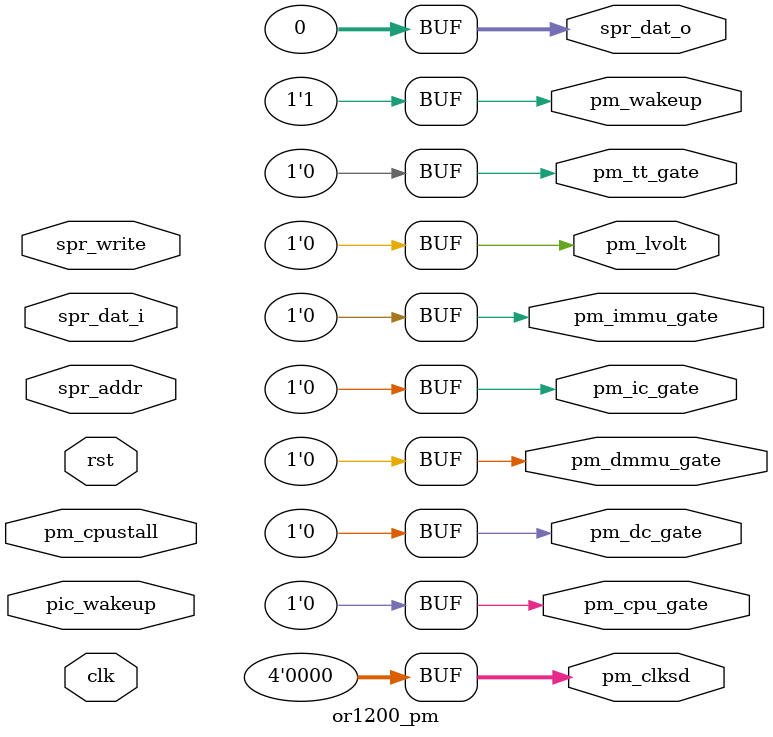
<source format=v>

`timescale 1ps/1ps
// synopsys translate_on
//////////////////////////////////////////////////////////////////////
////                                                              ////
////  OR1200's definitions                                        ////
////                                                              ////
////  This file is part of the OpenRISC 1200 project              ////
////  http://opencores.org/project,or1k                           ////
////                                                              ////
////  Description                                                 ////
////  Defines for the OR1200 core                                 ////
////                                                              ////
////  To Do:                                                      ////
////   - add parameters that are missing                          ////
////                                                              ////
////  Author(s):                                                  ////
////      - Damjan Lampret, lampret@opencores.org                 ////
////                                                              ////
//////////////////////////////////////////////////////////////////////
////                                                              ////
//// Copyright (C) 2000 Authors and OPENCORES.ORG                 ////
////                                                              ////
//// This source file may be used and distributed without         ////
//// restriction provided that this copyright statement is not    ////
//// removed from the file and that any derivative work contains  ////
//// the original copyright notice and the associated disclaimer. ////
////                                                              ////
//// This source file is free software; you can redistribute it   ////
//// and/or modify it under the terms of the GNU Lesser General   ////
//// Public License as published by the Free Software Foundation; ////
//// either version 2.1 of the License, or (at your option) any   ////
//// later version.                                               ////
////                                                              ////
//// This source is distributed in the hope that it will be       ////
//// useful, but WITHOUT ANY WARRANTY; without even the implied   ////
//// warranty of MERCHANTABILITY or FITNESS FOR A PARTICULAR      ////
//// PURPOSE.  See the GNU Lesser General Public License for more ////
//// details.                                                     ////
////                                                              ////
//// You should have received a copy of the GNU Lesser General    ////
//// Public License along with this source; if not, download it   ////
//// from http://www.opencores.org/lgpl.shtml                     ////
////                                                              ////
//////////////////////////////////////////////////////////////////////
//
// $Log: or1200_defines.v,v $
// Revision 2.0  2010/06/30 11:00:00  ORSoC
// Minor update: 
// Defines added, bugs fixed. 

//
// Dump VCD
//
//`define OR1200_VCD_DUMP

//
// Generate debug messages during simulation
//
//`define OR1200_VERBOSE

////////////////////////////////////////////////////////
//
// Typical configuration for an ASIC
//

//
// Target ASIC memories
//
//`define OR1200_ARTISAN_SSP
//`define OR1200_ARTISAN_SDP
//`define OR1200_ARTISAN_STP
//`define OR1200_VIRTUALSILICON_SSP
//`define OR1200_VIRTUALSILICON_STP_T1
//`define OR1200_VIRTUALSILICON_STP_T2

//
// Do not implement Data cache
//

//
// Do not implement Insn cache
//

//
// Do not implement Data MMU
//
//`define OR1200_NO_DMMU

//
// Do not implement Insn MMU
//
//`define OR1200_NO_IMMU

//
// Select between ASIC optimized and generic multiplier
//
//`define OR1200_GENERIC_MULTP2_32X32

//
// Size/type of insn/data cache if implemented
//
// `define OR1200_IC_1W_4KB
// `define OR1200_IC_1W_8KB
// `define OR1200_DC_1W_8KB



//////////////////////////////////////////////////////////
//
// Do not change below unless you know what you are doing
//

//
// Reset active low
//
//`define OR1200_RST_ACT_LOW

//
// Enable RAM BIST
//
// At the moment this only works for Virtual Silicon
// single port RAMs. For other RAMs it has not effect.
// Special wrapper for VS RAMs needs to be provided
// with scan flops to facilitate bist scan.
//
//`define OR1200_BIST

//
// Register OR1200 WISHBONE outputs
// (must be defined/enabled)
//

//
// Register OR1200 WISHBONE inputs
//
// (must be undefined/disabled)
//
//`define OR1200_REGISTERED_INPUTS

//
// Disable bursts if they are not supported by the
// memory subsystem (only affect cache line fill)
//
//`define OR1200_NO_BURSTS
//

//
// WISHBONE retry counter range
//
// 2^value range for retry counter. Retry counter
// is activated whenever *wb_rty_i is asserted and
// until retry counter expires, corresponding
// WISHBONE interface is deactivated.
//
// To disable retry counters and *wb_rty_i all together,
// undefine this macro.
//
//`define OR1200_WB_RETRY 7

//
// WISHBONE Consecutive Address Burst
//
// This was used prior to WISHBONE B3 specification
// to identify bursts. It is no longer needed but
// remains enabled for compatibility with old designs.
//
// To remove *wb_cab_o ports undefine this macro.
//
//`define OR1200_WB_CAB

//
// WISHBONE B3 compatible interface
//
// This follows the WISHBONE B3 specification.
// It is not enabled by default because most
// designs still don't use WB b3.
//
// To enable *wb_cti_o/*wb_bte_o ports,
// define this macro.
//

//
// LOG all WISHBONE accesses
//

//
// Enable additional synthesis directives if using
// _Synopsys_ synthesis tool
//
//`define OR1200_ADDITIONAL_SYNOPSYS_DIRECTIVES

//
// Enables default statement in some case blocks
// and disables Synopsys synthesis directive full_case
//
// By default it is enabled. When disabled it
// can increase clock frequency.
//

//
// Operand width / register file address width
//
// (DO NOT CHANGE)
//

//
// l.add/l.addi/l.and and optional l.addc/l.addic
// also set (compare) flag when result of their
// operation equals zero
//
// At the time of writing this, default or32
// C/C++ compiler doesn't generate code that
// would benefit from this optimization.
//
// By default this optimization is disabled to
// save area.
//
//`define OR1200_ADDITIONAL_FLAG_MODIFIERS

//
// Implement l.addc/l.addic instructions
//
// By default implementation of l.addc/l.addic
// instructions is enabled in case you need them.
// If you don't use them, then disable implementation
// to save area.
//

//
// Implement l.sub instruction
//
// By default implementation of l.sub instructions
// is enabled to be compliant with the simulator.
// If you don't use carry bit, then disable
// implementation to save area.
//

//
// Implement carry bit SR[CY]
//
//
// By default implementation of SR[CY] is enabled
// to be compliant with the simulator. However SR[CY]
// is explicitly only used by l.addc/l.addic/l.sub
// instructions and if these three insns are not
// implemented there is not much point having SR[CY].
//

//
// Implement carry bit SR[OV]
//
// Compiler doesn't use this, but other code may like
// to.
//

//
// Implement carry bit SR[OVE]
//
// Overflow interrupt indicator. When enabled, SR[OV] flag
// does not remain asserted after exception.
//


//
// Implement rotate in the ALU
//
// At the time of writing this, or32
// C/C++ compiler doesn't generate rotate
// instructions. However or32 assembler
// can assemble code that uses rotate insn.
// This means that rotate instructions
// must be used manually inserted.
//
// By default implementation of rotate
// is disabled to save area and increase
// clock frequency.
//
//`define OR1200_IMPL_ALU_ROTATE

//
// Type of ALU compare to implement
//
// Try to find which synthesizes with
// most efficient logic use or highest speed.
//
//`define OR1200_IMPL_ALU_COMP1
//`define OR1200_IMPL_ALU_COMP2

//
// Implement Find First/Last '1'
//

//
// Implement l.cust5 ALU instruction
//
//`define OR1200_IMPL_ALU_CUST5

//
// Implement l.extXs and l.extXz instructions
//

//
// Implement multiplier
//
// By default multiplier is implemented
//

//
// Implement multiply-and-accumulate
//
// By default MAC is implemented. To
// implement MAC, multiplier (non-serial) needs to be
// implemented.
//
//`define OR1200_MAC_IMPLEMENTED

//
// Implement optional l.div/l.divu instructions
//
// By default divide instructions are not implemented
// to save area.
//
//

//
// Serial multiplier.
//
//`define OR1200_MULT_SERIAL

//
// Serial divider.
// Uncomment to use a serial divider, otherwise will
// be a generic parallel implementation.
//

//
// Implement HW Single Precision FPU
//
//`define OR1200_FPU_IMPLEMENTED

//
// Clock ratio RISC clock versus WB clock
//
// If you plan to run WB:RISC clock fixed to 1:1, disable
// both defines
//
// For WB:RISC 1:2 or 1:1, enable OR1200_CLKDIV_2_SUPPORTED
// and use clmode to set ratio
//
// For WB:RISC 1:4, 1:2 or 1:1, enable both defines and use
// clmode to set ratio
//
//`define OR1200_CLKDIV_2_SUPPORTED
//`define OR1200_CLKDIV_4_SUPPORTED

//
// Type of register file RAM
//
// Memory macro w/ two ports (see or1200_tpram_32x32.v)
//`define OR1200_RFRAM_TWOPORT
//
// Memory macro dual port (see or1200_dpram.v)

//
// Generic (flip-flop based) register file (see or1200_rfram_generic.v)
//`define OR1200_RFRAM_GENERIC
//  Generic register file supports - 16 registers 

//
// Type of mem2reg aligner to implement.
//
// Once OR1200_IMPL_MEM2REG2 yielded faster
// circuit, however with today tools it will
// most probably give you slower circuit.
//
//`define OR1200_IMPL_MEM2REG2

//
// Reset value and event
//
    
//
// ALUOPs
//
/* LS-nibble encodings correspond to bits [3:0] of instruction */

/* Values sent to ALU from decode unit - not defined by ISA */

// ALU instructions second opcode field

//
// MACOPs
//

//
// Shift/rotate ops
//

//
// Zero/Sign Extend ops
//

// Execution cycles per instruction

// Execution control which will "wait on" a module to finish


// Operand MUX selects

//
// BRANCHOPs
//

//
// LSUOPs
//
// Bit 0: sign extend
// Bits 1-2: 00 doubleword, 01 byte, 10 halfword, 11 singleword
// Bit 3: 0 load, 1 store

// Number of bits of load/store EA precalculated in ID stage
// for balancing ID and EX stages.
//
// Valid range: 2,3,...,30,31

// FETCHOPs

//
// Register File Write-Back OPs
//
// Bit 0: register file write enable
// Bits 3-1: write-back mux selects
//

// Compare instructions

//
// FP OPs
//
// MSbit indicates FPU operation valid
//
// FPU unit from Usselman takes 5 cycles from decode, so 4 ex. cycles
// FP instruction is double precision if bit 4 is set. We're a 32-bit 
// implementation thus do not support double precision FP 
// FP Compare instructions

//
// TAGs for instruction bus
//

//
// TAGs for data bus
//


//////////////////////////////////////////////
//
// ORBIS32 ISA specifics
//

// SHROT_OP position in machine word

//
// Instruction opcode groups (basic)
//
/* */
/* */
/* */
/* */

/////////////////////////////////////////////////////
//
// Exceptions
//

//
// Exception vectors per OR1K architecture:
// 0xPPPPP100 - reset
// 0xPPPPP200 - bus error
// ... etc
// where P represents exception prefix.
//
// Exception vectors can be customized as per
// the following formula:
// 0xPPPPPNVV - exception N
//
// P represents exception prefix
// N represents exception N
// VV represents length of the individual vector space,
//   usually it is 8 bits wide and starts with all bits zero
//

//
// PPPPP and VV parts
//
// Sum of these two defines needs to be 28
//

//
// N part width
//

//
// Definition of exception vectors
//
// To avoid implementation of a certain exception,
// simply comment out corresponding line
//


/////////////////////////////////////////////////////
//
// SPR groups
//

// Bits that define the group

// Width of the group bits

// Bits that define offset inside the group

// List of groups

/////////////////////////////////////////////////////
//
// System group
//

//
// System registers
//

//
// SR bits
//

//
// Bits that define offset inside the group
//

//
// Default Exception Prefix
//
// 1'b0 - OR1200_EXCEPT_EPH0_P (0x0000_0000)
// 1'b1 - OR1200_EXCEPT_EPH1_P (0xF000_0000)
//


//
// FPCSR bits
//

/////////////////////////////////////////////////////
//
// Power Management (PM)
//

// Define it if you want PM implemented
//`define OR1200_PM_IMPLEMENTED

// Bit positions inside PMR (don't change)

// PMR offset inside PM group of registers

// PM group

// Define if PMR can be read/written at any address inside PM group

// Define if reading PMR is allowed

// Define if unused PMR bits should be zero


/////////////////////////////////////////////////////
//
// Debug Unit (DU)
//

// Define it if you want DU implemented

//
// Define if you want HW Breakpoints
// (if HW breakpoints are not implemented
// only default software trapping is
// possible with l.trap insn - this is
// however already enough for use
// with or32 gdb)
//
//`define OR1200_DU_HWBKPTS

// Number of DVR/DCR pairs if HW breakpoints enabled
//	Comment / uncomment DU_DVRn / DU_DCRn pairs bellow according to this number ! 
//	DU_DVR0..DU_DVR7 should be uncommented for 8 DU_DVRDCR_PAIRS 

// Define if you want trace buffer
//	(for now only available for Xilinx Virtex FPGAs)
//`define OR1200_DU_TB_IMPLEMENTED


//
// Address offsets of DU registers inside DU group
//
// To not implement a register, doq not define its address
//

// Position of offset bits inside SPR address

// DCR bits

// DMR1 bits

// DMR2 bits

// DWCR bits

// DSR bits

// DRR bits

// Define if reading DU regs is allowed

// Define if unused DU registers bits should be zero

// Define if IF/LSU status is not needed by devel i/f

/////////////////////////////////////////////////////
//
// Programmable Interrupt Controller (PIC)
//

// Define it if you want PIC implemented

// Define number of interrupt inputs (2-31)

// Address offsets of PIC registers inside PIC group

// Position of offset bits inside SPR address

// Define if you want these PIC registers to be implemented

// Define if reading PIC registers is allowed

// Define if unused PIC register bits should be zero


/////////////////////////////////////////////////////
//
// Tick Timer (TT)
//

// Define it if you want TT implemented

// Address offsets of TT registers inside TT group

// Position of offset bits inside SPR group

// Define if you want these TT registers to be implemented

// TTMR bits

// Define if reading TT registers is allowed


//////////////////////////////////////////////
//
// MAC
//

//
// Shift {MACHI,MACLO} into destination register when executing l.macrc
//
// According to architecture manual there is no shift, so default value is 0.
// However the implementation has deviated in this from the arch manual and had
// hard coded shift by 28 bits which is a useful optimization for MP3 decoding 
// (if using libmad fixed point library). Shifts are no longer default setup, 
// but if you need to remain backward compatible, define your shift bits, which
// were normally
// dest_GPR = {MACHI,MACLO}[59:28]


//////////////////////////////////////////////
//
// Data MMU (DMMU)
//

//
// Address that selects between TLB TR and MR
//

//
// DTLBMR fields
//

//
// DTLBTR fields
//

//
// DTLB configuration
//

//
// Cache inhibit while DMMU is not enabled/implemented
//
// cache inhibited 0GB-4GB		1'b1
// cache inhibited 0GB-2GB		!dcpu_adr_i[31]
// cache inhibited 0GB-1GB 2GB-3GB	!dcpu_adr_i[30]
// cache inhibited 1GB-2GB 3GB-4GB	dcpu_adr_i[30]
// cache inhibited 2GB-4GB (default)	dcpu_adr_i[31]
// cached 0GB-4GB			1'b0
//


//////////////////////////////////////////////
//
// Insn MMU (IMMU)
//

//
// Address that selects between TLB TR and MR
//

//
// ITLBMR fields
//

//
// ITLBTR fields
//

//
// ITLB configuration
//

//
// Cache inhibit while IMMU is not enabled/implemented
// Note: all combinations that use icpu_adr_i cause async loop
//
// cache inhibited 0GB-4GB		1'b1
// cache inhibited 0GB-2GB		!icpu_adr_i[31]
// cache inhibited 0GB-1GB 2GB-3GB	!icpu_adr_i[30]
// cache inhibited 1GB-2GB 3GB-4GB	icpu_adr_i[30]
// cache inhibited 2GB-4GB (default)	icpu_adr_i[31]
// cached 0GB-4GB			1'b0
//


/////////////////////////////////////////////////
//
// Insn cache (IC)
//

// 4 for 16 byte line, 5 for 32 byte lines.
 
//
// IC configurations
//


/////////////////////////////////////////////////
//
// Data cache (DC)
//

// 4 for 16 bytes, 5 for 32 bytes
 
// Define to enable default behavior of cache as write through
// Turning this off enabled write back statergy
//

// Define to enable stores from the stack not doing writethrough.
// EXPERIMENTAL
//`define OR1200_DC_NOSTACKWRITETHROUGH

// Data cache SPR definitions
// Data cache group SPR addresses

//
// DC configurations
//


/////////////////////////////////////////////////
//
// Store buffer (SB)
//

//
// Store buffer
//
// It will improve performance by "caching" CPU stores
// using store buffer. This is most important for function
// prologues because DC can only work in write though mode
// and all stores would have to complete external WB writes
// to memory.
// Store buffer is between DC and data BIU.
// All stores will be stored into store buffer and immediately
// completed by the CPU, even though actual external writes
// will be performed later. As a consequence store buffer masks
// all data bus errors related to stores (data bus errors
// related to loads are delivered normally).
// All pending CPU loads will wait until store buffer is empty to
// ensure strict memory model. Right now this is necessary because
// we don't make destinction between cached and cache inhibited
// address space, so we simply empty store buffer until loads
// can begin.
//
// It makes design a bit bigger, depending what is the number of
// entries in SB FIFO. Number of entries can be changed further
// down.
//
//`define OR1200_SB_IMPLEMENTED

//
// Number of store buffer entries
//
// Verified number of entries are 4 and 8 entries
// (2 and 3 for OR1200_SB_LOG). OR1200_SB_ENTRIES must
// always match 2**OR1200_SB_LOG.
// To disable store buffer, undefine
// OR1200_SB_IMPLEMENTED.
//


/////////////////////////////////////////////////
//
// Quick Embedded Memory (QMEM)
//

//
// Quick Embedded Memory
//
// Instantiation of dedicated insn/data memory (RAM or ROM).
// Insn fetch has effective throughput 1insn / clock cycle.
// Data load takes two clock cycles / access, data store
// takes 1 clock cycle / access (if there is no insn fetch)).
// Memory instantiation is shared between insn and data,
// meaning if insn fetch are performed, data load/store
// performance will be lower.
//
// Main reason for QMEM is to put some time critical functions
// into this memory and to have predictable and fast access
// to these functions. (soft fpu, context switch, exception
// handlers, stack, etc)
//
// It makes design a bit bigger and slower. QMEM sits behind
// IMMU/DMMU so all addresses are physical (so the MMUs can be
// used with QMEM and QMEM is seen by the CPU just like any other
// memory in the system). IC/DC are sitting behind QMEM so the
// whole design timing might be worse with QMEM implemented.
//
//`define OR1200_QMEM_IMPLEMENTED

//
// Base address and mask of QMEM
//
// Base address defines first address of QMEM. Mask defines
// QMEM range in address space. Actual size of QMEM is however
// determined with instantiated RAM/ROM. However bigger
// mask will reserve more address space for QMEM, but also
// make design faster, while more tight mask will take
// less address space but also make design slower. If
// instantiated RAM/ROM is smaller than space reserved with
// the mask, instatiated RAM/ROM will also be shadowed
// at higher addresses in reserved space.
//

//
// QMEM interface byte-select capability
//
// To enable qmem_sel* ports, define this macro.
//
//`define OR1200_QMEM_BSEL

//
// QMEM interface acknowledge
//
// To enable qmem_ack port, define this macro.
//
//`define OR1200_QMEM_ACK

/////////////////////////////////////////////////////
//
// VR, UPR and Configuration Registers
//
//
// VR, UPR and configuration registers are optional. If 
// implemented, operating system can automatically figure
// out how to use the processor because it knows 
// what units are available in the processor and how they
// are configured.
//
// This section must be last in or1200_defines.v file so
// that all units are already configured and thus
// configuration registers are properly set.
// 

// Define if you want configuration registers implemented

// Define if you want full address decode inside SYS group

// Offsets of VR, UPR and CFGR registers

// VR fields

// VR values

// UPR fields

// UPR values

// CPUCFGR fields

// CPUCFGR values
     

// DMMUCFGR fields

// DMMUCFGR values

// IMMUCFGR fields

// IMMUCFGR values

// DCCFGR fields

// DCCFGR values

// ICCFGR fields

// ICCFGR values

// DCFGR fields

// DCFGR values

///////////////////////////////////////////////////////////////////////////////
// Boot Address Selection                                                    //
//                                                                           //
// Allows a definable boot address, potentially different to the usual reset //
// vector to allow for power-on code to be run, if desired.                  //
//                                                                           //
// OR1200_BOOT_ADR should be the 32-bit address of the boot location         //
//                                                                           //
// For default reset behavior uncomment the settings under the "Boot 0x100"  //
// comment below.                                                            //
//                                                                           //
///////////////////////////////////////////////////////////////////////////////
// Boot from 0xf0000100
//`define OR1200_BOOT_ADR 32'hf0000100
// Boot from 0x100
 
module or1200_pm(
	// RISC Internal Interface
	clk, rst, pic_wakeup, spr_write, spr_addr, spr_dat_i, spr_dat_o,
	
	// Power Management Interface
	pm_clksd, pm_cpustall, pm_dc_gate, pm_ic_gate, pm_dmmu_gate,
	pm_immu_gate, pm_tt_gate, pm_cpu_gate, pm_wakeup, pm_lvolt
);

//
// RISC Internal Interface
//
input		clk;		// Clock
input		rst;		// Reset
input		pic_wakeup;	// Wakeup from the PIC
input		spr_write;	// SPR Read/Write
input	[31:0]	spr_addr;	// SPR Address
input	[31:0]	spr_dat_i;	// SPR Write Data
output	[31:0]	spr_dat_o;	// SPR Read Data

//
// Power Management Interface
//
input		pm_cpustall;	// Stall the CPU
output	[3:0]	pm_clksd;	// Clock Slowdown factor
output		pm_dc_gate;	// Gate DCache clock
output		pm_ic_gate;	// Gate ICache clock
output		pm_dmmu_gate;	// Gate DMMU clock
output		pm_immu_gate;	// Gate IMMU clock
output		pm_tt_gate;	// Gate Tick Timer clock
output		pm_cpu_gate;	// Gate main RISC/CPU clock
output		pm_wakeup;	// Activate (de-gate) all clocks
output		pm_lvolt;	// Lower operating voltage


//
// When PM is not implemented, drive all outputs as would when PM is disabled
//
assign pm_clksd = 4'b0;
assign pm_cpu_gate = 1'b0;
assign pm_dc_gate = 1'b0;
assign pm_ic_gate = 1'b0;
assign pm_dmmu_gate = 1'b0;
assign pm_immu_gate = 1'b0;
assign pm_tt_gate = 1'b0;
assign pm_wakeup = 1'b1;
assign pm_lvolt = 1'b0;

//
// Read PMR
//
assign spr_dat_o[3:0] = 4'b0;
assign spr_dat_o[4] = 1'b0;
assign spr_dat_o[5] = 1'b0;
assign spr_dat_o[6] = 1'b0;
assign spr_dat_o[31:7] = 25'b0;


endmodule

</source>
